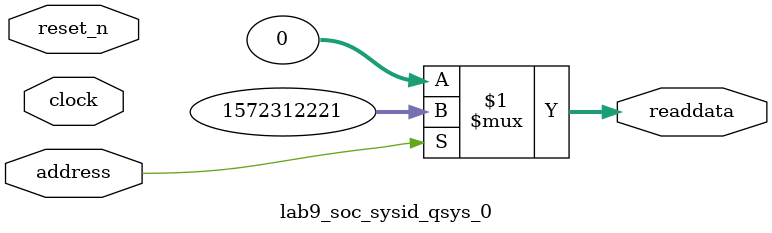
<source format=v>



// synthesis translate_off
`timescale 1ns / 1ps
// synthesis translate_on

// turn off superfluous verilog processor warnings 
// altera message_level Level1 
// altera message_off 10034 10035 10036 10037 10230 10240 10030 

module lab9_soc_sysid_qsys_0 (
               // inputs:
                address,
                clock,
                reset_n,

               // outputs:
                readdata
             )
;

  output  [ 31: 0] readdata;
  input            address;
  input            clock;
  input            reset_n;

  wire    [ 31: 0] readdata;
  //control_slave, which is an e_avalon_slave
  assign readdata = address ? 1572312221 : 0;

endmodule



</source>
